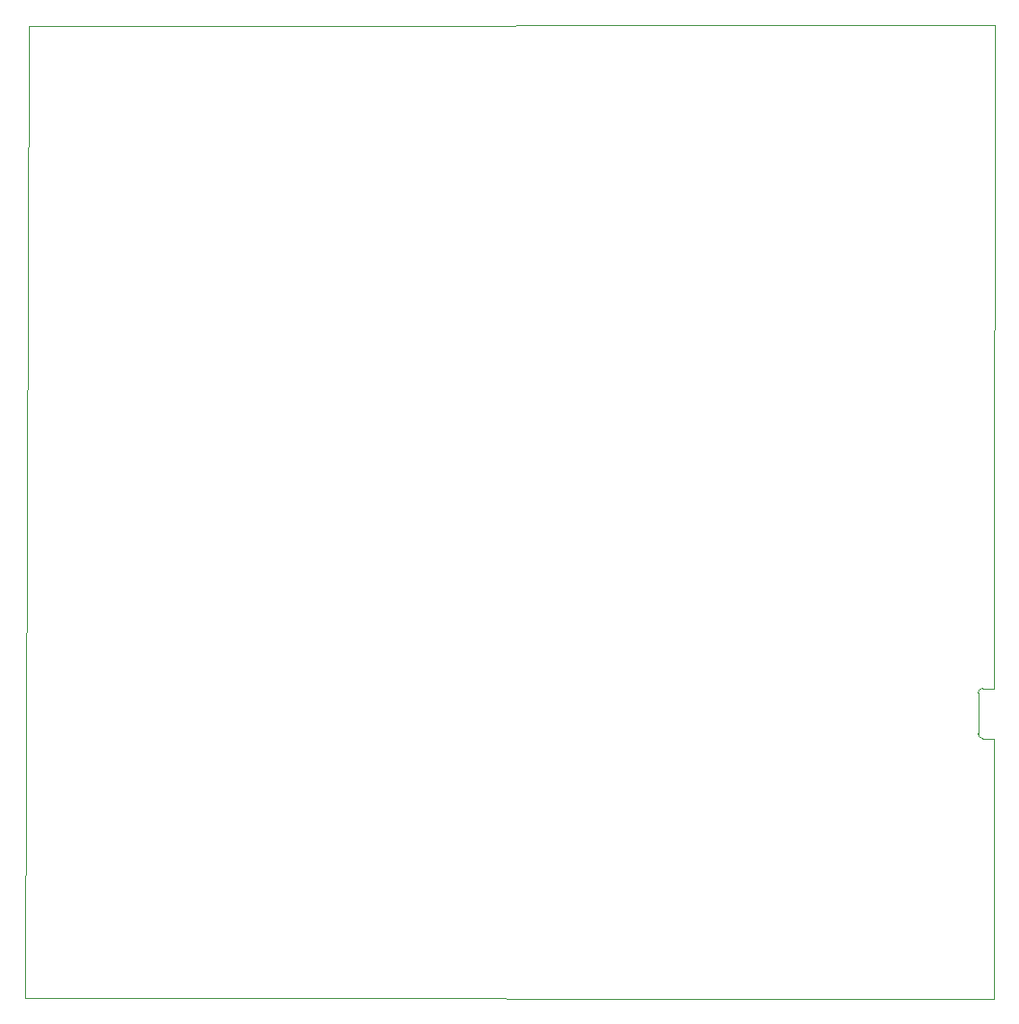
<source format=gbr>
%TF.GenerationSoftware,KiCad,Pcbnew,7.0.1-0*%
%TF.CreationDate,2023-05-21T16:13:56-06:00*%
%TF.ProjectId,100W Amplifier IS,31303057-2041-46d7-906c-696669657220,rev?*%
%TF.SameCoordinates,Original*%
%TF.FileFunction,Profile,NP*%
%FSLAX46Y46*%
G04 Gerber Fmt 4.6, Leading zero omitted, Abs format (unit mm)*
G04 Created by KiCad (PCBNEW 7.0.1-0) date 2023-05-21 16:13:56*
%MOMM*%
%LPD*%
G01*
G04 APERTURE LIST*
%TA.AperFunction,Profile*%
%ADD10C,0.100000*%
%TD*%
%TA.AperFunction,Profile*%
%ADD11C,0.120000*%
%TD*%
G04 APERTURE END LIST*
D10*
X110300000Y-122000000D02*
X195500000Y-122100000D01*
X195500000Y-90500000D02*
X195550000Y-36500000D01*
X110650000Y-36600000D02*
X195550000Y-36500000D01*
X110300000Y-122000000D02*
X110650000Y-36600000D01*
X195500000Y-103500000D02*
X195500000Y-122100000D01*
D11*
%TO.C,J1*%
X194500000Y-99200000D02*
X195500000Y-99200000D01*
X195500000Y-99200000D02*
X195500000Y-103500000D01*
X194100000Y-95200000D02*
X194100000Y-98800000D01*
X194500000Y-94800000D02*
X195500000Y-94800000D01*
X195500000Y-94800000D02*
X195500000Y-90500000D01*
X194100000Y-98800000D02*
G75*
G03*
X194500000Y-99200000I400002J2D01*
G01*
X194500000Y-94800000D02*
G75*
G03*
X194100000Y-95200000I0J-400000D01*
G01*
%TD*%
M02*

</source>
